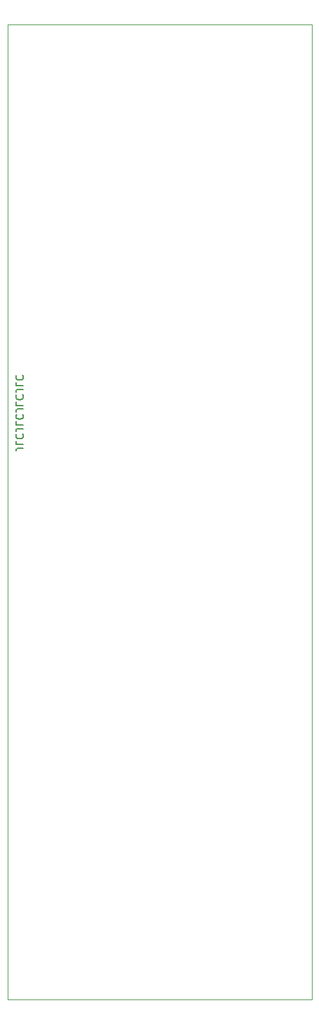
<source format=gbo>
G04 #@! TF.GenerationSoftware,KiCad,Pcbnew,(6.0.0)*
G04 #@! TF.CreationDate,2022-07-06T17:44:35+01:00*
G04 #@! TF.ProjectId,Basic-DC-mixer,42617369-632d-4444-932d-6d697865722e,rev?*
G04 #@! TF.SameCoordinates,Original*
G04 #@! TF.FileFunction,Legend,Bot*
G04 #@! TF.FilePolarity,Positive*
%FSLAX46Y46*%
G04 Gerber Fmt 4.6, Leading zero omitted, Abs format (unit mm)*
G04 Created by KiCad (PCBNEW (6.0.0)) date 2022-07-06 17:44:35*
%MOMM*%
%LPD*%
G01*
G04 APERTURE LIST*
G04 #@! TA.AperFunction,Profile*
%ADD10C,0.050000*%
G04 #@! TD*
%ADD11C,0.150000*%
%ADD12C,0.100000*%
%ADD13O,6.700000X4.200000*%
G04 APERTURE END LIST*
D10*
X72000000Y-22000000D02*
X72000000Y-150000000D01*
X72000000Y-22000000D02*
X112000000Y-22000000D01*
X112000000Y-22000000D02*
X112000000Y-150000000D01*
X112000000Y-150000000D02*
X72000000Y-150000000D01*
D11*
X74047619Y-77619047D02*
X73333333Y-77619047D01*
X73190476Y-77666666D01*
X73095238Y-77761904D01*
X73047619Y-77904761D01*
X73047619Y-78000000D01*
X73047619Y-76666666D02*
X73047619Y-77142857D01*
X74047619Y-77142857D01*
X73142857Y-75761904D02*
X73095238Y-75809523D01*
X73047619Y-75952380D01*
X73047619Y-76047619D01*
X73095238Y-76190476D01*
X73190476Y-76285714D01*
X73285714Y-76333333D01*
X73476190Y-76380952D01*
X73619047Y-76380952D01*
X73809523Y-76333333D01*
X73904761Y-76285714D01*
X74000000Y-76190476D01*
X74047619Y-76047619D01*
X74047619Y-75952380D01*
X74000000Y-75809523D01*
X73952380Y-75761904D01*
X74047619Y-75047619D02*
X73333333Y-75047619D01*
X73190476Y-75095238D01*
X73095238Y-75190476D01*
X73047619Y-75333333D01*
X73047619Y-75428571D01*
X73047619Y-74095238D02*
X73047619Y-74571428D01*
X74047619Y-74571428D01*
X73142857Y-73190476D02*
X73095238Y-73238095D01*
X73047619Y-73380952D01*
X73047619Y-73476190D01*
X73095238Y-73619047D01*
X73190476Y-73714285D01*
X73285714Y-73761904D01*
X73476190Y-73809523D01*
X73619047Y-73809523D01*
X73809523Y-73761904D01*
X73904761Y-73714285D01*
X74000000Y-73619047D01*
X74047619Y-73476190D01*
X74047619Y-73380952D01*
X74000000Y-73238095D01*
X73952380Y-73190476D01*
X74047619Y-72476190D02*
X73333333Y-72476190D01*
X73190476Y-72523809D01*
X73095238Y-72619047D01*
X73047619Y-72761904D01*
X73047619Y-72857142D01*
X73047619Y-71523809D02*
X73047619Y-72000000D01*
X74047619Y-72000000D01*
X73142857Y-70619047D02*
X73095238Y-70666666D01*
X73047619Y-70809523D01*
X73047619Y-70904761D01*
X73095238Y-71047619D01*
X73190476Y-71142857D01*
X73285714Y-71190476D01*
X73476190Y-71238095D01*
X73619047Y-71238095D01*
X73809523Y-71190476D01*
X73904761Y-71142857D01*
X74000000Y-71047619D01*
X74047619Y-70904761D01*
X74047619Y-70809523D01*
X74000000Y-70666666D01*
X73952380Y-70619047D01*
X74047619Y-69904761D02*
X73333333Y-69904761D01*
X73190476Y-69952380D01*
X73095238Y-70047619D01*
X73047619Y-70190476D01*
X73047619Y-70285714D01*
X73047619Y-68952380D02*
X73047619Y-69428571D01*
X74047619Y-69428571D01*
X73142857Y-68047619D02*
X73095238Y-68095238D01*
X73047619Y-68238095D01*
X73047619Y-68333333D01*
X73095238Y-68476190D01*
X73190476Y-68571428D01*
X73285714Y-68619047D01*
X73476190Y-68666666D01*
X73619047Y-68666666D01*
X73809523Y-68619047D01*
X73904761Y-68571428D01*
X74000000Y-68476190D01*
X74047619Y-68333333D01*
X74047619Y-68238095D01*
X74000000Y-68095238D01*
X73952380Y-68047619D01*
%LPC*%
D12*
X91000000Y-52500000D02*
X86000000Y-52500000D01*
X86000000Y-52500000D02*
X86000000Y-47500000D01*
X86000000Y-47500000D02*
X91000000Y-47500000D01*
X91000000Y-47500000D02*
X91000000Y-52500000D01*
G36*
X91000000Y-52500000D02*
G01*
X86000000Y-52500000D01*
X86000000Y-47500000D01*
X91000000Y-47500000D01*
X91000000Y-52500000D01*
G37*
X91000000Y-52500000D02*
X86000000Y-52500000D01*
X86000000Y-47500000D01*
X91000000Y-47500000D01*
X91000000Y-52500000D01*
X91000000Y-120000000D02*
X86000000Y-120000000D01*
X86000000Y-120000000D02*
X86000000Y-115000000D01*
X86000000Y-115000000D02*
X91000000Y-115000000D01*
X91000000Y-115000000D02*
X91000000Y-120000000D01*
G36*
X91000000Y-120000000D02*
G01*
X86000000Y-120000000D01*
X86000000Y-115000000D01*
X91000000Y-115000000D01*
X91000000Y-120000000D01*
G37*
X91000000Y-120000000D02*
X86000000Y-120000000D01*
X86000000Y-115000000D01*
X91000000Y-115000000D01*
X91000000Y-120000000D01*
X91000000Y-75000000D02*
X86000000Y-75000000D01*
X86000000Y-75000000D02*
X86000000Y-70000000D01*
X86000000Y-70000000D02*
X91000000Y-70000000D01*
X91000000Y-70000000D02*
X91000000Y-75000000D01*
G36*
X91000000Y-75000000D02*
G01*
X86000000Y-75000000D01*
X86000000Y-70000000D01*
X91000000Y-70000000D01*
X91000000Y-75000000D01*
G37*
X91000000Y-75000000D02*
X86000000Y-75000000D01*
X86000000Y-70000000D01*
X91000000Y-70000000D01*
X91000000Y-75000000D01*
X91000000Y-97500000D02*
X86000000Y-97500000D01*
X86000000Y-97500000D02*
X86000000Y-92500000D01*
X86000000Y-92500000D02*
X91000000Y-92500000D01*
X91000000Y-92500000D02*
X91000000Y-97500000D01*
G36*
X91000000Y-97500000D02*
G01*
X86000000Y-97500000D01*
X86000000Y-92500000D01*
X91000000Y-92500000D01*
X91000000Y-97500000D01*
G37*
X91000000Y-97500000D02*
X86000000Y-97500000D01*
X86000000Y-92500000D01*
X91000000Y-92500000D01*
X91000000Y-97500000D01*
D13*
X79500000Y-147000000D03*
X79500000Y-25000000D03*
X104500000Y-147000000D03*
X104500000Y-25000000D03*
M02*

</source>
